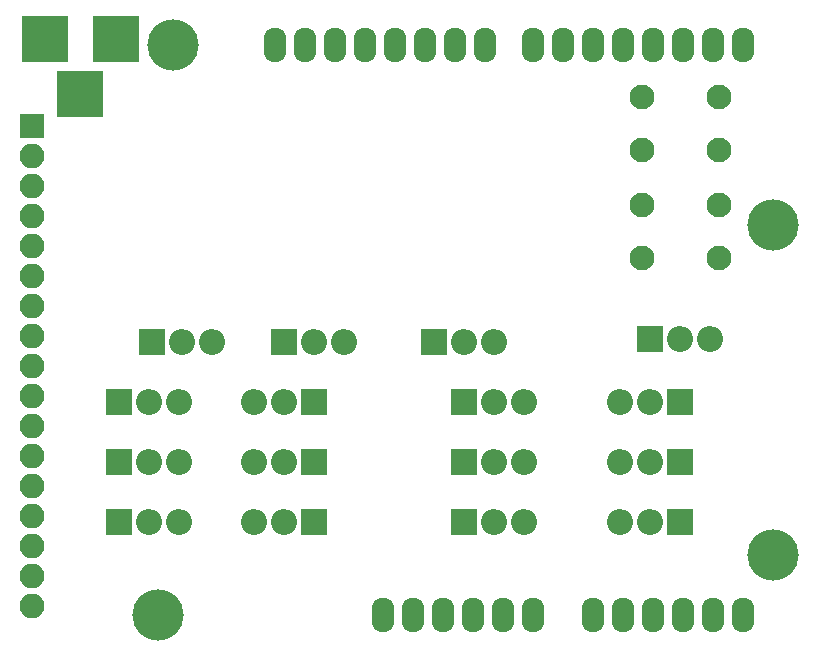
<source format=gbr>
G04 #@! TF.FileFunction,Soldermask,Bot*
%FSLAX46Y46*%
G04 Gerber Fmt 4.6, Leading zero omitted, Abs format (unit mm)*
G04 Created by KiCad (PCBNEW 4.0.6) date 01/15/18 08:07:30*
%MOMM*%
%LPD*%
G01*
G04 APERTURE LIST*
%ADD10C,0.100000*%
%ADD11O,1.924000X2.940000*%
%ADD12C,4.337000*%
%ADD13R,3.900000X3.900000*%
%ADD14R,2.100000X2.100000*%
%ADD15O,2.100000X2.100000*%
%ADD16C,2.100000*%
%ADD17R,2.200000X2.200000*%
%ADD18O,2.200000X2.200000*%
G04 APERTURE END LIST*
D10*
D11*
X148844000Y-116586000D03*
X146304000Y-116586000D03*
X143764000Y-116586000D03*
X136144000Y-116586000D03*
X138684000Y-116586000D03*
X141224000Y-116586000D03*
X131064000Y-116586000D03*
X128524000Y-116586000D03*
X125984000Y-116586000D03*
X120904000Y-116586000D03*
X118364000Y-116586000D03*
X148844000Y-68326000D03*
X146304000Y-68326000D03*
X143764000Y-68326000D03*
X141224000Y-68326000D03*
X138684000Y-68326000D03*
X136144000Y-68326000D03*
X133604000Y-68326000D03*
X131064000Y-68326000D03*
X127000000Y-68326000D03*
X124460000Y-68326000D03*
X121920000Y-68326000D03*
X119380000Y-68326000D03*
X116840000Y-68326000D03*
X114300000Y-68326000D03*
X111760000Y-68326000D03*
X109220000Y-68326000D03*
X123444000Y-116586000D03*
D12*
X151384000Y-111506000D03*
X151384000Y-83566000D03*
X100584000Y-68326000D03*
X99314000Y-116586000D03*
D13*
X95758000Y-67818000D03*
X89758000Y-67818000D03*
X92758000Y-72518000D03*
D14*
X88646000Y-75184000D03*
D15*
X88646000Y-77724000D03*
X88646000Y-80264000D03*
X88646000Y-82804000D03*
X88646000Y-85344000D03*
X88646000Y-87884000D03*
X88646000Y-90424000D03*
X88646000Y-92964000D03*
X88646000Y-95504000D03*
X88646000Y-98044000D03*
X88646000Y-100584000D03*
X88646000Y-103124000D03*
X88646000Y-105664000D03*
X88646000Y-108204000D03*
X88646000Y-110744000D03*
X88646000Y-113284000D03*
X88646000Y-115824000D03*
D16*
X140312000Y-81860000D03*
X146812000Y-81860000D03*
X140312000Y-86360000D03*
X146812000Y-86360000D03*
X140312000Y-72716000D03*
X146812000Y-72716000D03*
X140312000Y-77216000D03*
X146812000Y-77216000D03*
D17*
X96012000Y-108712000D03*
D18*
X98552000Y-108712000D03*
X101092000Y-108712000D03*
D17*
X96012000Y-103632000D03*
D18*
X98552000Y-103632000D03*
X101092000Y-103632000D03*
D17*
X96012000Y-98552000D03*
D18*
X98552000Y-98552000D03*
X101092000Y-98552000D03*
D17*
X98806000Y-93472000D03*
D18*
X101346000Y-93472000D03*
X103886000Y-93472000D03*
D17*
X112522000Y-108712000D03*
D18*
X109982000Y-108712000D03*
X107442000Y-108712000D03*
D17*
X112522000Y-103632000D03*
D18*
X109982000Y-103632000D03*
X107442000Y-103632000D03*
D17*
X112522000Y-98552000D03*
D18*
X109982000Y-98552000D03*
X107442000Y-98552000D03*
D17*
X109982000Y-93472000D03*
D18*
X112522000Y-93472000D03*
X115062000Y-93472000D03*
D17*
X125222000Y-108712000D03*
D18*
X127762000Y-108712000D03*
X130302000Y-108712000D03*
D17*
X125222000Y-103632000D03*
D18*
X127762000Y-103632000D03*
X130302000Y-103632000D03*
D17*
X125222000Y-98552000D03*
D18*
X127762000Y-98552000D03*
X130302000Y-98552000D03*
D17*
X122682000Y-93472000D03*
D18*
X125222000Y-93472000D03*
X127762000Y-93472000D03*
D17*
X143510000Y-98552000D03*
D18*
X140970000Y-98552000D03*
X138430000Y-98552000D03*
D17*
X143510000Y-103632000D03*
D18*
X140970000Y-103632000D03*
X138430000Y-103632000D03*
D17*
X143510000Y-108712000D03*
D18*
X140970000Y-108712000D03*
X138430000Y-108712000D03*
D17*
X140970000Y-93218000D03*
D18*
X143510000Y-93218000D03*
X146050000Y-93218000D03*
M02*

</source>
